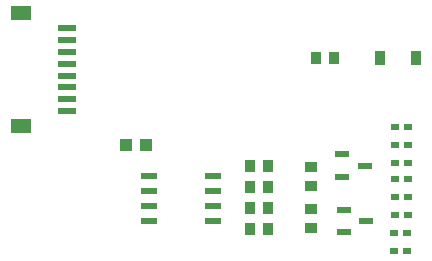
<source format=gbr>
%TF.GenerationSoftware,KiCad,Pcbnew,7.0.1*%
%TF.CreationDate,2023-04-09T11:27:42-07:00*%
%TF.ProjectId,RS485-Module,52533438-352d-44d6-9f64-756c652e6b69,rev?*%
%TF.SameCoordinates,Original*%
%TF.FileFunction,Paste,Top*%
%TF.FilePolarity,Positive*%
%FSLAX46Y46*%
G04 Gerber Fmt 4.6, Leading zero omitted, Abs format (unit mm)*
G04 Created by KiCad (PCBNEW 7.0.1) date 2023-04-09 11:27:42*
%MOMM*%
%LPD*%
G01*
G04 APERTURE LIST*
%ADD10R,1.295400X0.558800*%
%ADD11R,1.020000X0.940000*%
%ADD12R,1.100000X1.000000*%
%ADD13R,0.965200X1.295400*%
%ADD14R,1.500000X0.600000*%
%ADD15R,1.800000X1.200000*%
%ADD16R,1.460500X0.558800*%
%ADD17R,0.940000X1.020000*%
%ADD18R,0.685800X0.609600*%
G04 APERTURE END LIST*
D10*
%TO.C,D2*%
X170751500Y-106934000D03*
X168846500Y-107884001D03*
X168846500Y-105983999D03*
%TD*%
D11*
%TO.C,R6*%
X166243000Y-107033000D03*
X166243000Y-108613000D03*
%TD*%
D12*
%TO.C,C1*%
X152234000Y-105156000D03*
X150534000Y-105156000D03*
%TD*%
D13*
%TO.C,D1*%
X172085000Y-97790000D03*
X175133000Y-97790000D03*
%TD*%
D14*
%TO.C,P1*%
X145552000Y-95306000D03*
X145552000Y-96306000D03*
X145552000Y-97306000D03*
X145552000Y-98306000D03*
X145552000Y-99306000D03*
X145552000Y-100306000D03*
X145552000Y-101306000D03*
X145552000Y-102306000D03*
D15*
X141652000Y-103606000D03*
X141652000Y-94006000D03*
%TD*%
D16*
%TO.C,U1*%
X152469850Y-107823000D03*
X152469850Y-109093000D03*
X152469850Y-110363000D03*
X152469850Y-111633000D03*
X157918150Y-111633000D03*
X157918150Y-110363000D03*
X157918150Y-109093000D03*
X157918150Y-107823000D03*
%TD*%
D11*
%TO.C,R7*%
X166196092Y-112169000D03*
X166196092Y-110589000D03*
%TD*%
D17*
%TO.C,R5*%
X161008000Y-112268000D03*
X162588000Y-112268000D03*
%TD*%
%TO.C,R4*%
X161008000Y-110490000D03*
X162588000Y-110490000D03*
%TD*%
%TO.C,R3*%
X161008000Y-108712000D03*
X162588000Y-108712000D03*
%TD*%
%TO.C,R2*%
X161008000Y-106934000D03*
X162588000Y-106934000D03*
%TD*%
%TO.C,R1*%
X166596000Y-97790000D03*
X168176000Y-97790000D03*
%TD*%
D18*
%TO.C,J8*%
X173253400Y-112649000D03*
X174371000Y-112649000D03*
%TD*%
%TO.C,J7*%
X173304200Y-105156000D03*
X174421800Y-105156000D03*
%TD*%
%TO.C,J6*%
X173304200Y-111125000D03*
X174421800Y-111125000D03*
%TD*%
%TO.C,J5*%
X173304200Y-108077000D03*
X174421800Y-108077000D03*
%TD*%
%TO.C,J4*%
X173304200Y-109601000D03*
X174421800Y-109601000D03*
%TD*%
%TO.C,J3*%
X173304200Y-106680000D03*
X174421800Y-106680000D03*
%TD*%
%TO.C,J2*%
X173253400Y-114173000D03*
X174371000Y-114173000D03*
%TD*%
%TO.C,J1*%
X173304200Y-103632000D03*
X174421800Y-103632000D03*
%TD*%
D10*
%TO.C,D3*%
X168973500Y-110682999D03*
X168973500Y-112583001D03*
X170878500Y-111633000D03*
%TD*%
M02*

</source>
